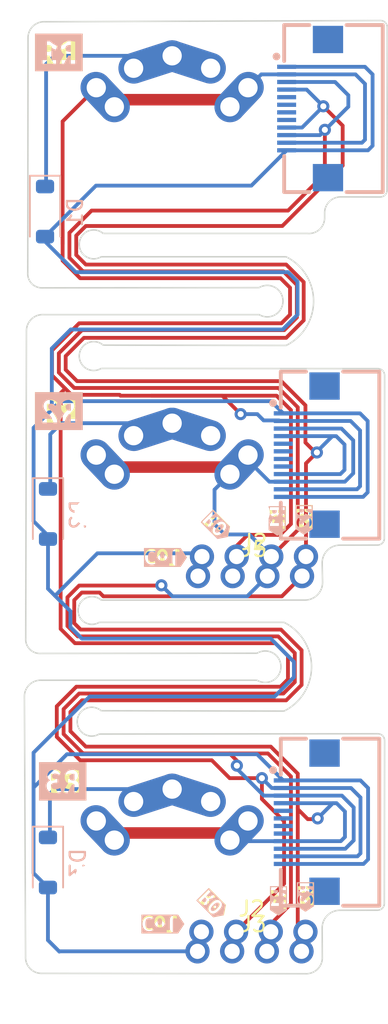
<source format=kicad_pcb>
(kicad_pcb (version 20221018) (generator pcbnew)
  (layers (0 "F.Cu" signal) (31 "B.Cu" signal) (34 "B.Paste" user) (35 "F.Paste" user) (36 "B.SilkS" user "B.Silkscreen") (37 "F.SilkS" user "F.Silkscreen") (38 "B.Mask" user) (39 "F.Mask" user) (44 "Edge.Cuts" user))
  (net 0 "")
  (net 1 "col0")
  (net 2 "row_0")
  (net 3 "row_1")
  (net 4 "row_2")
  (net 5 "Net-(D1-K)")
  (net 6 "Net-(D2-K)")
  (net 7 "Net-(D3-K)")
  (footprint "kibuzzard-6399CA47" (layer "F.Cu") (at 199.321354 100.857223 -90)
    (fp_text reference "kibuzzard-6399CA47" hide)
    (fp_text value "G***" hide)
  )
  (footprint "kibuzzard-6399CA4F" (layer "F.Cu") (at 201.084408 100.781302 -90)
    (fp_text reference "kibuzzard-6399CA4F" hide)
    (fp_text value "G***" hide)
  )
  (footprint "Alaa:kailh-mx-choc-direct-solder" (layer "F.Cu") (at 192.281491 100.552194)
    (fp_text reference "SW2" (at 0.204 0.042 180 unlocked) (layer "F.SilkS"))
    (fp_text value "SW_Push")
    (pad "" np_thru_hole oval (at -4.975588 -0.232308 180) (size 2.7018 1.7018) (drill oval 2.7018 1.7018) (layers "F&B.Cu" "*.Mask"))
    (pad "" np_thru_hole circle (at 0.102 -0.229) (size 3.9878 3.9878) (drill 3.9878) (layers "*.Cu" "*.Mask"))
    (pad "" np_thru_hole oval (at 5.184412 -0.228347 180) (size 2.7018 1.7018) (drill oval 2.7018 1.7018) (layers "F&B.Cu" "*.Mask"))
    (pad "1" thru_hole oval (at -4.898 -4.029 43.5) (size 2.032 3.8) (drill 1.27 (offset 0 0.85)) (layers "*.Cu" "*.Mask") (net 3 "row_1"))
    (pad "1" thru_hole circle (at -3.708 -2.769 22) (size 2.032 2.032) (drill 1.27) (layers "*.Cu" "*.Mask") (net 3 "row_1"))
    (pad "1" smd roundrect (at 1.115515 -3.621498 180) (size 7.62 0.75869) (drill (offset 1.018412 -0.382653)) (layers "F.Cu" "F.Paste" "F.Mask") (roundrect_rratio 0.250000659) (net 3 "row_1"))
    (pad "1" thru_hole circle (at 3.912 -2.769 338) (size 2.032 2.032) (drill 1.27) (layers "*.Cu" "*.Mask") (net 3 "row_1"))
    (pad "1" thru_hole oval (at 5.102 -4.029 316.5) (size 2.032 3.8) (drill 1.27 (offset 0 0.85)) (layers "*.Cu" "*.Mask") (net 3 "row_1"))
    (pad "2" thru_hole oval (at -2.438 -5.309 287.9) (size 2.032 4.7) (drill 1.27 (offset 0 -1.35)) (layers "*.Cu" "*.Mask") (net 6 "Net-(D2-K)"))
    (pad "2" thru_hole circle (at 0.102 -6.129 163) (size 2.032 2.032) (drill 1.27) (layers "*.Cu" "*.Mask") (net 6 "Net-(D2-K)"))
    (pad "2" thru_hole oval (at 2.642 -5.309 72.1) (size 2.032 4.7) (drill 1.27 (offset 0 -1.35)) (layers "*.Cu" "*.Mask") (net 6 "Net-(D2-K)"))
  )
  (footprint "Alaa:kailh-mx-choc-direct-solder" (layer "F.Cu") (at 192.281491 124.650194)
    (fp_text reference "SW3" (at 0.204 0.042 180 unlocked) (layer "F.SilkS"))
    (fp_text value "SW_Push")
    (pad "" np_thru_hole oval (at -4.975588 -0.232308 180) (size 2.7018 1.7018) (drill oval 2.7018 1.7018) (layers "F&B.Cu" "*.Mask"))
    (pad "" np_thru_hole circle (at 0.102 -0.229) (size 3.9878 3.9878) (drill 3.9878) (layers "*.Cu" "*.Mask"))
    (pad "" np_thru_hole oval (at 5.184412 -0.228347 180) (size 2.7018 1.7018) (drill oval 2.7018 1.7018) (layers "F&B.Cu" "*.Mask"))
    (pad "1" thru_hole oval (at -4.898 -4.029 43.5) (size 2.032 3.8) (drill 1.27 (offset 0 0.85)) (layers "*.Cu" "*.Mask") (net 4 "row_2"))
    (pad "1" thru_hole circle (at -3.708 -2.769 22) (size 2.032 2.032) (drill 1.27) (layers "*.Cu" "*.Mask") (net 4 "row_2"))
    (pad "1" smd roundrect (at 1.115515 -3.621498 180) (size 7.62 0.75869) (drill (offset 1.018412 -0.382653)) (layers "F.Cu" "F.Paste" "F.Mask") (roundrect_rratio 0.250000659) (net 4 "row_2"))
    (pad "1" thru_hole circle (at 3.912 -2.769 338) (size 2.032 2.032) (drill 1.27) (layers "*.Cu" "*.Mask") (net 4 "row_2"))
    (pad "1" thru_hole oval (at 5.102 -4.029 316.5) (size 2.032 3.8) (drill 1.27 (offset 0 0.85)) (layers "*.Cu" "*.Mask") (net 4 "row_2"))
    (pad "2" thru_hole oval (at -2.438 -5.309 287.9) (size 2.032 4.7) (drill 1.27 (offset 0 -1.35)) (layers "*.Cu" "*.Mask") (net 7 "Net-(D3-K)"))
    (pad "2" thru_hole circle (at 0.102 -6.129 163) (size 2.032 2.032) (drill 1.27) (layers "*.Cu" "*.Mask") (net 7 "Net-(D3-K)"))
    (pad "2" thru_hole oval (at 2.642 -5.309 72.1) (size 2.032 4.7) (drill 1.27 (offset 0 -1.35)) (layers "*.Cu" "*.Mask") (net 7 "Net-(D3-K)"))
  )
  (footprint "kibuzzard-6399CA4F" (layer "F.Cu") (at 201.171491 125.630194 -90)
    (fp_text reference "kibuzzard-6399CA4F" hide)
    (fp_text value "G***" hide)
  )
  (footprint "kibuzzard-6399CA3A" (layer "F.Cu") (at 191.773491 127.408194)
    (fp_text reference "kibuzzard-6399CA3A" hide)
    (fp_text value "G***" hide)
  )
  (footprint "kibuzzard-6399CA3A" (layer "F.Cu") (at 191.942075 103.26368)
    (fp_text reference "kibuzzard-6399CA3A" hide)
    (fp_text value "G***" hide)
  )
  (footprint "Alaa:4x2THT" (layer "F.Cu") (at 197.745491 127.926194)
    (fp_text reference "J3" (at 0 -0.5 unlocked) (layer "F.SilkS"))
    (fp_text value "Conn_01x04_Female" hide)
    (pad "1" thru_hole circle (at -3.692 1.28) (size 1.6 1.6) (drill 1) (layers "*.Cu" "*.Mask") (net 1 "col0"))
    (pad "1" thru_hole circle (at -3.432 -0.01) (size 1.6 1.6) (drill 1) (layers "*.Cu" "*.Mask") (net 1 "col0"))
    (pad "2" thru_hole circle (at -1.406 1.28) (size 1.6 1.6) (drill 1) (layers "*.Cu" "*.Mask") (net 2 "row_0"))
    (pad "2" thru_hole circle (at -1.146 -0.01) (size 1.6 1.6) (drill 1) (layers "*.Cu" "*.Mask") (net 2 "row_0"))
    (pad "3" thru_hole circle (at 0.88 1.28) (size 1.6 1.6) (drill 1) (layers "*.Cu" "*.Mask") (net 3 "row_1"))
    (pad "3" thru_hole circle (at 1.14 -0.01) (size 1.6 1.6) (drill 1) (layers "*.Cu" "*.Mask") (net 3 "row_1"))
    (pad "4" thru_hole circle (at 3.166 1.28) (size 1.6 1.6) (drill 1) (layers "*.Cu" "*.Mask") (net 4 "row_2"))
    (pad "4" thru_hole circle (at 3.426 -0.01) (size 1.6 1.6) (drill 1) (layers "*.Cu" "*.Mask") (net 4 "row_2"))
  )
  (footprint "kibuzzard-63982CB3" (layer "F.Cu") (at 185.169491 118.010194)
    (fp_text reference "kibuzzard-63982CB3" hide)
    (fp_text value "G***" hide)
  )
  (footprint "kibuzzard-63982C76" (layer "F.Cu") (at 184.915491 70.004194)
    (fp_text reference "kibuzzard-63982C76" hide)
    (fp_text value "G***" hide)
  )
  (footprint "kibuzzard-6399CA1D" (layer "F.Cu") (at 195.373465 101.211521 -45)
    (fp_text reference "kibuzzard-6399CA1D" hide)
    (fp_text value "G***" hide)
  )
  (footprint "kibuzzard-6399CA1D" (layer "F.Cu") (at 195.106428 126.138194 -45)
    (fp_text reference "kibuzzard-6399CA1D" hide)
    (fp_text value "G***" hide)
  )
  (footprint "Alaa:4x2THT" (layer "F.Cu") (at 197.780163 103.21417)
    (fp_text reference "J5" (at 0 -0.5 unlocked) (layer "F.SilkS"))
    (fp_text value "Conn_01x04_Female" hide)
    (pad "1" thru_hole circle (at -3.692 1.28) (size 1.6 1.6) (drill 1) (layers "*.Cu" "*.Mask") (net 1 "col0"))
    (pad "1" thru_hole circle (at -3.432 -0.01) (size 1.6 1.6) (drill 1) (layers "*.Cu" "*.Mask") (net 1 "col0"))
    (pad "2" thru_hole circle (at -1.406 1.28) (size 1.6 1.6) (drill 1) (layers "*.Cu" "*.Mask") (net 2 "row_0"))
    (pad "2" thru_hole circle (at -1.146 -0.01) (size 1.6 1.6) (drill 1) (layers "*.Cu" "*.Mask") (net 2 "row_0"))
    (pad "3" thru_hole circle (at 0.88 1.28) (size 1.6 1.6) (drill 1) (layers "*.Cu" "*.Mask") (net 3 "row_1"))
    (pad "3" thru_hole circle (at 1.14 -0.01) (size 1.6 1.6) (drill 1) (layers "*.Cu" "*.Mask") (net 3 "row_1"))
    (pad "4" thru_hole circle (at 3.166 1.28) (size 1.6 1.6) (drill 1) (layers "*.Cu" "*.Mask") (net 4 "row_2"))
    (pad "4" thru_hole circle (at 3.426 -0.01) (size 1.6 1.6) (drill 1) (layers "*.Cu" "*.Mask") (net 4 "row_2"))
  )
  (footprint "kibuzzard-63982C97" (layer "F.Cu") (at 184.915491 93.626194)
    (fp_text reference "kibuzzard-63982C97" hide)
    (fp_text value "G***" hide)
  )
  (footprint "kibuzzard-6399CA47" (layer "F.Cu") (at 199.393491 125.884194 -90)
    (fp_text reference "kibuzzard-6399CA47" hide)
    (fp_text value "G***" hide)
  )
  (footprint "kibuzzard-63982C97" (layer "F.Cu") (at 184.915491 93.626194)
    (fp_text reference "kibuzzard-63982C97" hide)
    (fp_text value "G***" hide)
  )
  (footprint "Alaa:kailh-mx-choc-direct-solder" (layer "F.Cu") (at 192.281491 76.354194)
    (fp_text reference "SW1" (at 0.204 0.042 180 unlocked) (layer "F.SilkS"))
    (fp_text value "SW_Push")
    (pad "" np_thru_hole oval (at -4.975588 -0.232308 180) (size 2.7018 1.7018) (drill oval 2.7018 1.7018) (layers "F&B.Cu" "*.Mask"))
    (pad "" np_thru_hole circle (at 0.102 -0.229) (size 3.9878 3.9878) (drill 3.9878) (layers "*.Cu" "*.Mask"))
    (pad "" np_thru_hole oval (at 5.184412 -0.228347 180) (size 2.7018 1.7018) (drill oval 2.7018 1.7018) (layers "F&B.Cu" "*.Mask"))
    (pad "1" thru_hole oval (at -4.898 -4.029 43.5) (size 2.032 3.8) (drill 1.27 (offset 0 0.85)) (layers "*.Cu" "*.Mask") (net 2 "row_0"))
    (pad "1" thru_hole circle (at -3.708 -2.769 22) (size 2.032 2.032) (drill 1.27) (layers "*.Cu" "*.Mask") (net 2 "row_0"))
    (pad "1" smd roundrect (at 1.115515 -3.621498 180) (size 7.62 0.75869) (drill (offset 1.018412 -0.382653)) (layers "F.Cu" "F.Paste" "F.Mask") (roundrect_rratio 0.250000659) (net 2 "row_0"))
    (pad "1" thru_hole circle (at 3.912 -2.769 338) (size 2.032 2.032) (drill 1.27) (layers "*.Cu" "*.Mask") (net 2 "row_0"))
    (pad "1" thru_hole oval (at 5.102 -4.029 316.5) (size 2.032 3.8) (drill 1.27 (offset 0 0.85)) (layers "*.Cu" "*.Mask") (net 2 "row_0"))
    (pad "2" thru_hole oval (at -2.438 -5.309 287.9) (size 2.032 4.7) (drill 1.27 (offset 0 -1.35)) (layers "*.Cu" "*.Mask") (net 5 "Net-(D1-K)"))
    (pad "2" thru_hole circle (at 0.102 -6.129 163) (size 2.032 2.032) (drill 1.27) (layers "*.Cu" "*.Mask") (net 5 "Net-(D1-K)"))
    (pad "2" thru_hole oval (at 2.642 -5.309 72.1) (size 2.032 4.7) (drill 1.27 (offset 0 -1.35)) (layers "*.Cu" "*.Mask") (net 5 "Net-(D1-K)"))
  )
  (footprint "kibuzzard-6399CA4F" (layer "B.Cu") (at 201.084408 100.798173 -90)
    (fp_text reference "kibuzzard-6399CA4F" hide)
    (fp_text value "G***" hide)
  )
  (footprint "kibuzzard-6399CA47" (layer "B.Cu") (at 199.393491 125.884194 -90)
    (fp_text reference "kibuzzard-6399CA47" hide)
    (fp_text value "G***" hide)
  )
  (footprint "kibuzzard-6399CA1D" (layer "B.Cu") (at 195.075491 126.138194 -45)
    (fp_text reference "kibuzzard-6399CA1D" hide)
    (fp_text value "G***" hide)
  )
  (footprint "Alaa:FPC-SMD_FPC05012-09200-.5mm-rev" (layer "B.Cu") (at 201.294 73.7 -90)
    (fp_text reference "J1" hide)
    (fp_text value "Conn_01x12_Socket" hide)
    (pad "1" smd rect (at -2.75 1.362 270) (size 0.28 1.25) (layers "B.Cu" "B.Paste" "B.Mask") (net 1 "col0"))
    (pad "2" smd rect (at -2.25 1.362 270) (size 0.28 1.25) (layers "B.Cu" "B.Paste" "B.Mask") (net 2 "row_0"))
    (pad "3" smd rect (at -1.75 1.362 270) (size 0.28 1.25) (layers "B.Cu" "B.Paste" "B.Mask") (net 3 "row_1"))
    (pad "4" smd rect (at -1.25 1.362 270) (size 0.28 1.25) (layers "B.Cu" "B.Paste" "B.Mask") (net 4 "row_2"))
    (pad "5" smd rect (at -0.75 1.362 270) (size 0.28 1.25) (layers "B.Cu" "B.Paste" "B.Mask"))
    (pad "6" smd rect (at -0.25 1.362 270) (size 0.28 1.25) (layers "B.Cu" "B.Paste" "B.Mask"))
    (pad "7" smd rect (at 0.25 1.362 270) (size 0.28 1.25) (layers "B.Cu" "B.Paste" "B.Mask"))
    (pad "8" smd rect (at 0.75 1.362 270) (size 0.28 1.25) (layers "B.Cu" "B.Paste" "B.Mask"))
    (pad "9" smd rect (at 1.25 1.362 270) (size 0.28 1.25) (layers "B.Cu" "B.Paste" "B.Mask") (net 4 "row_2"))
    (pad "10" smd rect (at 1.75 1.362 270) (size 0.28 1.25) (layers "B.Cu" "B.Paste" "B.Mask") (net 3 "row_1"))
    (pad "11" smd rect (at 2.25 1.362 270) (size 0.28 1.25) (layers "B.Cu" "B.Paste" "B.Mask") (net 2 "row_0"))
    (pad "12" smd rect (at 2.75 1.362 270) (size 0.28 1.25) (layers "B.Cu" "B.Paste" "B.Mask") (net 1 "col0"))
    (pad "13" smd rect (at 4.55 -1.362 270) (size 1.8 2) (layers "B.Cu" "B.Paste" "B.Mask"))
    (pad "14" smd rect (at -4.55 -1.362 270) (size 1.8 2) (layers "B.Cu" "B.Paste" "B.Mask"))
  )
  (footprint "kibuzzard-6399CA1D" (layer "B.Cu") (at 195.355735 101.22181 -45)
    (fp_text reference "kibuzzard-6399CA1D" hide)
    (fp_text value "G***" hide)
  )
  (footprint "kibuzzard-63982C97" (layer "B.Cu") (at 184.915491 93.626194 180)
    (fp_text reference "kibuzzard-63982C97" hide)
    (fp_text value "G***" hide)
  )
  (footprint "kibuzzard-6399CA3A" (layer "B.Cu") (at 191.773491 127.408194)
    (fp_text reference "kibuzzard-6399CA3A" hide)
    (fp_text value "G***" hide)
  )
  (footprint "Alaa:D_SOD-123-rotated" (layer "B.Cu") (at 184.175 123.4 90)
    (fp_text reference "D3" (at 0 2 90) (layer "B.SilkS") (effects (justify mirror)))
    (fp_text value "1N4148")
    (pad "1" smd roundrect (at 1.697332 0.020806 270) (size 0.9 1.2) (layers "B.Cu" "B.Paste" "B.Mask") (net 7 "Net-(D3-K)"))
    (pad "2" smd roundrect (at -1.602668 0.020806 270) (size 0.9 1.2) (layers "B.Cu" "B.Paste" "B.Mask") (net 1 "col0"))
  )
  (footprint "Alaa:D_SOD-123-rotated" (layer "B.Cu") (at 184.179194 100.447332 90)
    (fp_text reference "D2" (at 0 2 270) (layer "B.SilkS") (effects (justify mirror)))
    (fp_text value "1N4148")
    (pad "1" smd roundrect (at 1.697332 0.020806 270) (size 0.9 1.2) (layers "B.Cu" "B.Paste" "B.Mask") (net 6 "Net-(D2-K)"))
    (pad "2" smd roundrect (at -1.602668 0.020806 270) (size 0.9 1.2) (layers "B.Cu" "B.Paste" "B.Mask") (net 1 "col0"))
  )
  (footprint "kibuzzard-6399CA47" (layer "B.Cu") (at 199.304483 100.857223 -90)
    (fp_text reference "kibuzzard-6399CA47" hide)
    (fp_text value "G***" hide)
  )
  (footprint "kibuzzard-6399CA3A" (layer "B.Cu") (at 191.942075 103.26368)
    (fp_text reference "kibuzzard-6399CA3A" hide)
    (fp_text value "G***" hide)
  )
  (footprint "Alaa:FPC-SMD_FPC05012-09200-.5mm-rev" (layer "B.Cu") (at 201.069 120.7 -90)
    (fp_text reference "J6" hide)
    (fp_text value "Conn_01x12_Socket" hide)
    (pad "1" smd rect (at -2.75 1.362 270) (size 0.28 1.25) (layers "B.Cu" "B.Paste" "B.Mask") (net 1 "col0"))
    (pad "2" smd rect (at -2.25 1.362 270) (size 0.28 1.25) (layers "B.Cu" "B.Paste" "B.Mask") (net 2 "row_0"))
    (pad "3" smd rect (at -1.75 1.362 270) (size 0.28 1.25) (layers "B.Cu" "B.Paste" "B.Mask") (net 3 "row_1"))
    (pad "4" smd rect (at -1.25 1.362 270) (size 0.28 1.25) (layers "B.Cu" "B.Paste" "B.Mask") (net 4 "row_2"))
    (pad "5" smd rect (at -0.75 1.362 270) (size 0.28 1.25) (layers "B.Cu" "B.Paste" "B.Mask"))
    (pad "6" smd rect (at -0.25 1.362 270) (size 0.28 1.25) (layers "B.Cu" "B.Paste" "B.Mask"))
    (pad "7" smd rect (at 0.25 1.362 270) (size 0.28 1.25) (layers "B.Cu" "B.Paste" "B.Mask"))
    (pad "8" smd rect (at 0.75 1.362 270) (size 0.28 1.25) (layers "B.Cu" "B.Paste" "B.Mask"))
    (pad "9" smd rect (at 1.25 1.362 270) (size 0.28 1.25) (layers "B.Cu" "B.Paste" "B.Mask") (net 4 "row_2"))
    (pad "10" smd rect (at 1.75 1.362 270) (size 0.28 1.25) (layers "B.Cu" "B.Paste" "B.Mask") (net 3 "row_1"))
    (pad "11" smd rect (at 2.25 1.362 270) (size 0.28 1.25) (layers "B.Cu" "B.Paste" "B.Mask") (net 2 "row_0"))
    (pad "12" smd rect (at 2.75 1.362 270) (size 0.28 1.25) (layers "B.Cu" "B.Paste" "B.Mask") (net 1 "col0"))
    (pad "13" smd rect (at 4.55 -1.362 270) (size 1.8 2) (layers "B.Cu" "B.Paste" "B.Mask"))
    (pad "14" smd rect (at -4.55 -1.362 270) (size 1.8 2) (layers "B.Cu" "B.Paste" "B.Mask"))
  )
  (footprint "kibuzzard-63982CB3" (layer "B.Cu") (at 185.169491 118.010194 180)
    (fp_text reference "kibuzzard-63982CB3" hide)
    (fp_text value "G***" hide)
  )
  (footprint "kibuzzard-6399CA4F" (layer "B.Cu") (at 201.171491 125.630194 -90)
    (fp_text reference "kibuzzard-6399CA4F" hide)
    (fp_text value "G***" hide)
  )
  (footprint "kibuzzard-63982C76" (layer "B.Cu") (at 184.915491 70.004194 180)
    (fp_text reference "kibuzzard-63982C76" hide)
    (fp_text value "G***" hide)
  )
  (footprint "Alaa:D_SOD-123-rotated" (layer "B.Cu") (at 183.983892 80.530441 90)
    (fp_text reference "D1" (at 0 2 270) (layer "B.SilkS") (effects (justify mirror)))
    (fp_text value "1N4148")
    (pad "1" smd roundrect (at 1.697332 0.020806 270) (size 0.9 1.2) (layers "B.Cu" "B.Paste" "B.Mask") (net 5 "Net-(D1-K)"))
    (pad "2" smd roundrect (at -1.602668 0.020806 270) (size 0.9 1.2) (layers "B.Cu" "B.Paste" "B.Mask") (net 1 "col0"))
  )
  (footprint "Alaa:FPC-SMD_FPC05012-09200-.5mm-rev" (layer "B.Cu") (at 201.069 96.525 -90)
    (fp_text reference "J4" hide)
    (fp_text value "Conn_01x12_Socket" hide)
    (pad "1" smd rect (at -2.75 1.362 270) (size 0.28 1.25) (layers "B.Cu" "B.Paste" "B.Mask") (net 1 "col0"))
    (pad "2" smd rect (at -2.25 1.362 270) (size 0.28 1.25) (layers "B.Cu" "B.Paste" "B.Mask") (net 2 "row_0"))
    (pad "3" smd rect (at -1.75 1.362 270) (size 0.28 1.25) (layers "B.Cu" "B.Paste" "B.Mask") (net 3 "row_1"))
    (pad "4" smd rect (at -1.25 1.362 270) (size 0.28 1.25) (layers "B.Cu" "B.Paste" "B.Mask") (net 4 "row_2"))
    (pad "5" smd rect (at -0.75 1.362 270) (size 0.28 1.25) (layers "B.Cu" "B.Paste" "B.Mask"))
    (pad "6" smd rect (at -0.25 1.362 270) (size 0.28 1.25) (layers "B.Cu" "B.Paste" "B.Mask"))
    (pad "7" smd rect (at 0.25 1.362 270) (size 0.28 1.25) (layers "B.Cu" "B.Paste" "B.Mask"))
    (pad "8" smd rect (at 0.75 1.362 270) (size 0.28 1.25) (layers "B.Cu" "B.Paste" "B.Mask"))
    (pad "9" smd rect (at 1.25 1.362 270) (size 0.28 1.25) (layers "B.Cu" "B.Paste" "B.Mask") (net 4 "row_2"))
    (pad "10" smd rect (at 1.75 1.362 270) (size 0.28 1.25) (layers "B.Cu" "B.Paste" "B.Mask") (net 3 "row_1"))
    (pad "11" smd rect (at 2.25 1.362 270) (size 0.28 1.25) (layers "B.Cu" "B.Paste" "B.Mask") (net 2 "row_0"))
    (pad "12" smd rect (at 2.75 1.362 270) (size 0.28 1.25) (layers "B.Cu" "B.Paste" "B.Mask") (net 1 "col0"))
    (pad "13" smd rect (at 4.55 -1.362 270) (size 1.8 2) (layers "B.Cu" "B.Paste" "B.Mask"))
    (pad "14" smd rect (at -4.55 -1.362 270) (size 1.8 2) (layers "B.Cu" "B.Paste" "B.Mask"))
  )
  (gr_arc (start 183.725382 130.659515) (mid 182.990285 130.308567) (end 182.720403 129.54) (stroke (width 0.1)) (layer "Edge.Cuts"))
  (gr_line (start 206.565277 68.351453) (end 206.549378 79.051349) (stroke (width 0.1)) (layer "Edge.Cuts"))
  (gr_arc (start 197.98318 109.572463) (mid 199.555942 110.461458) (end 197.98318 111.350463) (stroke (width 0.1)) (layer "Edge.Cuts"))
  (gr_line (start 201.298491 81.926194) (end 187.836491 81.926194) (stroke (width 0.1)) (layer "Edge.Cuts"))
  (gr_arc (start 206.091626 67.902075) (mid 206.425 68.025) (end 206.565277 68.351453) (stroke (width 0.1)) (layer "Edge.Cuts"))
  (gr_line (start 201.171491 106.072194) (end 187.701941 106.072194) (stroke (width 0.1)) (layer "Edge.Cuts"))
  (gr_line (start 198.11773 85.493215) (end 183.870402 85.508272) (stroke (width 0.1)) (layer "Edge.Cuts"))
  (gr_arc (start 183.870402 85.508272) (mid 183.138703 85.238623) (end 182.865423 84.508272) (stroke (width 0.1)) (layer "Edge.Cuts"))
  (gr_arc (start 183.735852 109.58752) (mid 183.004192 109.317832) (end 182.730873 108.58752) (stroke (width 0.1)) (layer "Edge.Cuts"))
  (gr_line (start 203.404689 102.454806) (end 205.925 102.45) (stroke (width 0.1)) (layer "Edge.Cuts"))
  (gr_line (start 203.520125 79.517777) (end 206.1 79.525) (stroke (width 0.1)) (layer "Edge.Cuts"))
  (gr_line (start 206.389097 115.324453) (end 206.373198 126.024349) (stroke (width 0.1)) (layer "Edge.Cuts"))
  (gr_arc (start 206.374378 101.976349) (mid 206.251453 102.309723) (end 205.925 102.45) (stroke (width 0.1)) (layer "Edge.Cuts"))
  (gr_line (start 201.148003 130.679798) (end 183.725382 130.659515) (stroke (width 0.1)) (layer "Edge.Cuts"))
  (gr_line (start 203.403509 126.502806) (end 205.92382 126.498) (stroke (width 0.1)) (layer "Edge.Cuts"))
  (gr_arc (start 182.645429 112.366821) (mid 183.002222 111.621622) (end 183.782668 111.350463) (stroke (width 0.1)) (layer "Edge.Cuts"))
  (gr_line (start 202.43573 80.946814) (end 202.43573 80.522756) (stroke (width 0.1)) (layer "Edge.Cuts"))
  (gr_arc (start 199.89573 83.461215) (mid 201.708563 86.382215) (end 199.89573 89.303215) (stroke (width 0.1)) (layer "Edge.Cuts"))
  (gr_arc (start 187.56918 107.540463) (mid 186.188057 106.675445) (end 187.701941 106.072194) (stroke (width 0.1)) (layer "Edge.Cuts"))
  (gr_arc (start 182.779979 88.287573) (mid 183.136783 87.542386) (end 183.917218 87.271215) (stroke (width 0.1)) (layer "Edge.Cuts"))
  (gr_line (start 182.865423 84.508272) (end 182.883491 68.988194) (stroke (width 0.1)) (layer "Edge.Cuts"))
  (gr_arc (start 206.373198 126.024349) (mid 206.250274 126.35773) (end 205.92382 126.498) (stroke (width 0.1)) (layer "Edge.Cuts"))
  (gr_arc (start 202.43573 80.946814) (mid 202.076535 81.679687) (end 201.298491 81.926194) (stroke (width 0.1)) (layer "Edge.Cuts"))
  (gr_line (start 182.645429 112.366821) (end 182.720403 129.54) (stroke (width 0.1)) (layer "Edge.Cuts"))
  (gr_line (start 184.02073 67.983215) (end 206.091626 67.902075) (stroke (width 0.1)) (layer "Edge.Cuts"))
  (gr_line (start 197.98318 111.350463) (end 183.782668 111.350463) (stroke (width 0.1)) (layer "Edge.Cuts"))
  (gr_line (start 202.285242 129.674819) (end 202.27382 127.673) (stroke (width 0.1)) (layer "Edge.Cuts"))
  (gr_arc (start 199.76118 107.540463) (mid 201.574084 110.461461) (end 199.76118 113.382463) (stroke (width 0.1)) (layer "Edge.Cuts"))
  (gr_arc (start 202.285242 129.674819) (mid 201.927708 130.416176) (end 201.148003 130.679798) (stroke (width 0.1)) (layer "Edge.Cuts"))
  (gr_line (start 199.89573 89.303215) (end 187.836491 89.281173) (stroke (width 0.1)) (layer "Edge.Cuts"))
  (gr_arc (start 198.11773 85.493215) (mid 199.690377 86.382223) (end 198.11773 87.271215) (stroke (width 0.1)) (layer "Edge.Cuts"))
  (gr_arc (start 187.70373 90.816194) (mid 186.264138 89.918434) (end 187.836491 89.281173) (stroke (width 0.1)) (layer "Edge.Cuts"))
  (gr_arc (start 202.30118 104.902) (mid 201.97434 105.716864) (end 201.171491 106.072194) (stroke (width 0.1)) (layer "Edge.Cuts"))
  (gr_arc (start 187.70373 83.461215) (mid 186.264114 82.563447) (end 187.836491 81.926194) (stroke (width 0.1)) (layer "Edge.Cuts"))
  (gr_arc (start 205.916626 90.827075) (mid 206.25 90.95) (end 206.390277 91.276453) (stroke (width 0.1)) (layer "Edge.Cuts"))
  (gr_line (start 187.56918 107.540463) (end 199.76118 107.540463) (stroke (width 0.1)) (layer "Edge.Cuts"))
  (gr_line (start 187.70373 90.816194) (end 205.916626 90.827075) (stroke (width 0.1)) (layer "Edge.Cuts"))
  (gr_arc (start 206.549378 79.051349) (mid 206.426453 79.384723) (end 206.1 79.525) (stroke (width 0.1)) (layer "Edge.Cuts"))
  (gr_line (start 187.70373 83.461215) (end 199.89573 83.461215) (stroke (width 0.1)) (layer "Edge.Cuts"))
  (gr_line (start 206.390277 91.276453) (end 206.374378 101.976349) (stroke (width 0.1)) (layer "Edge.Cuts"))
  (gr_arc (start 205.915446 114.875075) (mid 206.248838 114.997997) (end 206.389097 115.324453) (stroke (width 0.1)) (layer "Edge.Cuts"))
  (gr_line (start 182.779979 88.287573) (end 182.730873 108.58752) (stroke (width 0.1)) (layer "Edge.Cuts"))
  (gr_arc (start 202.43573 80.522756) (mid 202.773792 79.8) (end 203.520125 79.517777) (stroke (width 0.1)) (layer "Edge.Cuts"))
  (gr_arc (start 182.883491 68.988194) (mid 183.241003 68.246815) (end 184.02073 67.983215) (stroke (width 0.1)) (layer "Edge.Cuts"))
  (gr_line (start 198.11773 87.271215) (end 183.917218 87.271215) (stroke (width 0.1)) (layer "Edge.Cuts"))
  (gr_line (start 187.56918 114.895442) (end 205.915446 114.875075) (stroke (width 0.1)) (layer "Edge.Cuts"))
  (gr_arc (start 187.56918 114.895442) (mid 186.129612 113.997679) (end 187.701941 113.360421) (stroke (width 0.1)) (layer "Edge.Cuts"))
  (gr_line (start 197.98318 109.572463) (end 183.735852 109.58752) (stroke (width 0.1)) (layer "Edge.Cuts"))
  (gr_arc (start 202.275 103.625) (mid 202.601844 102.810141) (end 203.404689 102.454806) (stroke (width 0.1)) (layer "Edge.Cuts"))
  (gr_line (start 199.76118 113.382463) (end 187.701941 113.360421) (stroke (width 0.1)) (layer "Edge.Cuts"))
  (gr_arc (start 202.27382 127.673) (mid 202.600664 126.858141) (end 203.403509 126.502806) (stroke (width 0.1)) (layer "Edge.Cuts"))
  (gr_line (start 202.30118 104.902) (end 202.275 103.625) (stroke (width 0.1)) (layer "Edge.Cuts"))
  (gr_text "J2" (at 197.793716 102.254612) (layer "F.SilkS") (effects (font (size 1 1))))
  (gr_text "J2" (at 197.625132 126.399126) (layer "F.SilkS") (effects (font (size 1 1))))
  (segment (start 184.2 101.825) (end 184.2 102.05) (width 0.25) (layer "B.Cu") (net 1))
  (segment (start 199.707 123.45) (end 205 123.45) (width 0.25) (layer "B.Cu") (net 1))
  (segment (start 204.8 117.95) (end 199.707 117.95) (width 0.25) (layer "B.Cu") (net 1))
  (segment (start 184.195806 125.002668) (end 184.195806 128.470806) (width 0.25) (layer "B.Cu") (net 1))
  (segment (start 185.003563 92.971437) (end 198.903437 92.971437) (width 0.25) (layer "B.Cu") (net 1))
  (segment (start 184.004698 82.133109) (end 187.362807 78.775) (width 0.25) (layer "B.Cu") (net 1))
  (segment (start 184.968806 129.206194) (end 194.053491 129.206194) (width 0.25) (layer "B.Cu") (net 1))
  (segment (start 184.004698 82.133109) (end 184.004698 82.454698) (width 0.25) (layer "B.Cu") (net 1))
  (segment (start 183.25 100.875) (end 184.2 101.825) (width 0.25) (layer "B.Cu") (net 1))
  (segment (start 198.903437 92.971437) (end 199.707 93.775) (width 0.25) (layer "B.Cu") (net 1))
  (segment (start 183.247343 118.425) (end 183.247343 124.054205) (width 0.25) (layer "B.Cu") (net 1))
  (segment (start 198.885491 108.612194) (end 186.439491 108.612194) (width 0.25) (layer "B.Cu") (net 1))
  (segment (start 185.7 88.25) (end 184.45 89.5) (width 0.25) (layer "B.Cu") (net 1))
  (segment (start 183.25 94.725) (end 183.25 100.875) (width 0.25) (layer "B.Cu") (net 1))
  (segment (start 205.2715 98.975) (end 205.2715 94.275) (width 0.25) (layer "B.Cu") (net 1))
  (segment (start 184.661491 105.786194) (end 184.2 105.324703) (width 0.25) (layer "B.Cu") (net 1))
  (segment (start 200.0035 76.45) (end 205.2965 76.45) (width 0.25) (layer "B.Cu") (net 1))
  (segment (start 200.025 84.475) (end 200.65 85.1) (width 0.25) (layer "B.Cu") (net 1))
  (segment (start 197.607 78.775) (end 199.932 76.45) (width 0.25) (layer "B.Cu") (net 1))
  (segment (start 205 123.45) (end 205.3 123.15) (width 0.25) (layer "B.Cu") (net 1))
  (segment (start 205.0965 70.95) (end 200.0035 70.95) (width 0.25) (layer "B.Cu") (net 1))
  (segment (start 199.139491 112.422194) (end 200.409491 111.152194) (width 0.25) (layer "B.Cu") (net 1))
  (segment (start 205.2965 76.45) (end 205.5965 76.15) (width 0.25) (layer "B.Cu") (net 1))
  (segment (start 183.247343 124.054205) (end 184.195806 125.002668) (width 0.25) (layer "B.Cu") (net 1))
  (segment (start 186.025 84.475) (end 200.025 84.475) (width 0.25) (layer "B.Cu") (net 1))
  (segment (start 184.661491 105.786194) (end 187.455491 102.992194) (width 0.25) (layer "B.Cu") (net 1))
  (segment (start 205.5965 76.15) (end 205.5965 71.45) (width 0.25) (layer "B.Cu") (net 1))
  (segment (start 184.45 93.525) (end 184.0875 93.8875) (width 0.25) (layer "B.Cu") (net 1))
  (segment (start 199.707 117.95) (end 197.982 116.225) (width 0.25) (layer "B.Cu") (net 1))
  (segment (start 186.947491 112.422194) (end 199.139491 112.422194) (width 0.25) (layer "B.Cu") (net 1))
  (segment (start 183.247343 116.122343) (end 186.947491 112.422194) (width 0.25) (layer "B.Cu") (net 1))
  (segment (start 200.409491 110.136194) (end 198.885491 108.612194) (width 0.25) (layer "B.Cu") (net 1))
  (segment (start 205.2715 94.275) (end 204.7715 93.775) (width 0.25) (layer "B.Cu") (net 1))
  (segment (start 204.9715 99.275) (end 205.2715 98.975) (width 0.25) (layer "B.Cu") (net 1))
  (segment (start 184.0875 93.8875) (end 185.003563 92.971437) (width 0.25) (layer "B.Cu") (net 1))
  (segment (start 185.677491 107.850194) (end 185.677491 106.802194) (width 0.25) (layer "B.Cu") (net 1))
  (segment (start 205.5965 71.45) (end 205.0965 70.95) (width 0.25) (layer "B.Cu") (net 1))
  (segment (start 184.45 89.5) (end 184.45 93.525) (width 0.25) (layer "B.Cu") (net 1))
  (segment (start 184.0875 93.8875) (end 183.25 94.725) (width 0.25) (layer "B.Cu") (net 1))
  (segment (start 184.195806 128.470806) (end 184.95 129.225) (width 0.25) (layer "B.Cu") (net 1))
  (segment (start 200.65 87.275) (end 199.675 88.25) (width 0.25) (layer "B.Cu") (net 1))
  (segment (start 200.65 85.1) (end 200.65 87.275) (width 0.25) (layer "B.Cu") (net 1))
  (segment (start 186.439491 108.612194) (end 185.677491 107.850194) (width 0.25) (layer "B.Cu") (net 1))
  (segment (start 205.3 118.45) (end 204.8 117.95) (width 0.25) (layer "B.Cu") (net 1))
  (segment (start 184.95 129.225) (end 184.968806 129.206194) (width 0.25) (layer "B.Cu") (net 1))
  (segment (start 204.7715 93.775) (end 199.6785 93.775) (width 0.25) (layer "B.Cu") (net 1))
  (segment (start 187.362807 78.775) (end 197.607 78.775) (width 0.25) (layer "B.Cu") (net 1))
  (segment (start 185.447343 116.225) (end 183.247343 118.425) (width 0.25) (layer "B.Cu") (net 1))
  (segment (start 199.675 88.25) (end 185.7 88.25) (width 0.25) (layer "B.Cu") (net 1))
  (segment (start 200.409491 111.152194) (end 200.409491 110.136194) (width 0.25) (layer "B.Cu") (net 1))
  (segment (start 205.3 123.15) (end 205.3 118.45) (width 0.25) (layer "B.Cu") (net 1))
  (segment (start 184.004698 82.454698) (end 186.025 84.475) (width 0.25) (layer "B.Cu") (net 1))
  (segment (start 187.455491 102.992194) (end 194.281491 102.992194) (width 0.25) (layer "B.Cu") (net 1))
  (segment (start 185.677491 106.802194) (end 184.661491 105.786194) (width 0.25) (layer "B.Cu") (net 1))
  (segment (start 199.6785 99.275) (end 204.9715 99.275) (width 0.25) (layer "B.Cu") (net 1))
  (segment (start 183.247343 116.122343) (end 183.247343 118.425) (width 0.25) (layer "B.Cu") (net 1))
  (segment (start 197.982 116.225) (end 185.447343 116.225) (width 0.25) (layer "B.Cu") (net 1))
  (segment (start 184.2 105.324703) (end 184.2 102.05) (width 0.25) (layer "B.Cu") (net 1))
  (segment (start 185.976882 108.91302) (end 185.032451 107.968588) (width 0.25) (layer "F.Cu") (net 2))
  (segment (start 184.465971 89.629997) (end 184.465971 91.272391) (width 0.25) (layer "F.Cu") (net 2))
  (segment (start 200.155491 87.274758) (end 199.587575 87.842674) (width 0.25) (layer "F.Cu") (net 2))
  (segment (start 185.031971 92.443029) (end 185.031971 106.7) (width 0.25) (layer "F.Cu") (net 2))
  (segment (start 184.778451 113.065799) (end 186.067097 111.777154) (width 0.25) (layer "F.Cu") (net 2))
  (segment (start 199.265773 92.610194) (end 200.213971 93.558392) (width 0.25) (layer "F.Cu") (net 2))
  (segment (start 199.496353 101.777614) (end 197.361491 101.777614) (width 0.25) (layer "F.Cu") (net 2))
  (segment (start 185.032451 107.968588) (end 185.032451 105.699799) (width 0.25) (layer "F.Cu") (net 2))
  (segment (start 187.383491 72.325194) (end 185.162626 74.546059) (width 0.25) (layer "F.Cu") (net 2))
  (segment (start 199.764451 120.639451) (end 199.764451 124.751234) (width 0.25) (layer "F.Cu") (net 2))
  (segment (start 186.253294 87.842674) (end 184.465971 89.629997) (width 0.25) (layer "F.Cu") (net 2))
  (segment (start 196.634163 102.504942) (end 196.634163 103.20417) (width 0.25) (layer "F.Cu") (net 2))
  (segment (start 196.9 93.825) (end 195.685194 92.610194) (width 0.25) (layer "F.Cu") (net 2))
  (segment (start 185.163107 83.715245) (end 186.321097 84.873234) (width 0.25) (layer "F.Cu") (net 2))
  (segment (start 186.067097 111.777154) (end 199.529095 111.777154) (width 0.25) (layer "F.Cu") (net 2))
  (segment (start 200.018451 111.287798) (end 200.018451 109.74659) (width 0.25) (layer "F.Cu") (net 2))
  (segment (start 198.3 117.8) (end 196.175 117.8) (width 0.25) (layer "F.Cu") (net 2))
  (segment (start 195.685194 92.610194) (end 191.025 92.610194) (width 0.25) (layer "F.Cu") (net 2))
  (segment (start 200.213971 93.558392) (end 200.213971 101.059996) (width 0.25) (layer "F.Cu") (net 2))
  (segment (start 185.162626 74.546059) (end 185.162626 82.625) (width 0.25) (layer "F.Cu") (net 2))
  (segment (start 184.465971 91.272391) (end 185.33429 92.14071) (width 0.25) (layer "F.Cu") (net 2))
  (segment (start 185.33429 92.14071) (end 185.031971 92.443029) (width 0.25) (layer "F.Cu") (net 2))
  (segment (start 199.764451 124.751234) (end 196.091491 128.424194) (width 0.25) (layer "F.Cu") (net 2))
  (segment (start 198.3 117.8) (end 198.3 119.175) (width 0.25) (layer "F.Cu") (net 2))
  (segment (start 188.979491 92.610194) (end 191.025 92.610194) (width 0.25) (layer "F.Cu") (net 2))
  (segment (start 199.529095 84.873234) (end 200.155491 85.49963) (width 0.25) (layer "F.Cu") (net 2))
  (segment (start 188.921011 92.551714) (end 188.979491 92.610194) (width 0.25) (layer "F.Cu") (net 2))
  (segment (start 185.33429 92.14071) (end 185.745294 92.551714) (width 0.25) (layer "F.Cu") (net 2))
  (segment (start 185.745294 92.551714) (end 188.921011 92.551714) (width 0.25) (layer "F.Cu") (net 2))
  (segment (start 191.025 92.610194) (end 199.265773 92.610194) (width 0.25) (layer "F.Cu") (net 2))
  (segment (start 184.778451 115.081267) (end 184.778451 113.065799) (width 0.25) (layer "F.Cu") (net 2))
  (segment (start 198.3 119.175) (end 199.764451 120.639451) (width 0.25) (layer "F.Cu") (net 2))
  (segment (start 197.361491 101.777614) (end 196.634163 102.504942) (width 0.25) (layer "F.Cu") (net 2))
  (segment (start 199.587575 87.842674) (end 186.253294 87.842674) (width 0.25) (layer "F.Cu") (net 2))
  (segment (start 186.320898 116.623714) (end 184.778451 115.081267) (width 0.25) (layer "F.Cu") (net 2))
  (segment (start 186.321097 84.873234) (end 199.529095 84.873234) (width 0.25) (layer "F.Cu") (net 2))
  (segment (start 199.529095 111.777154) (end 200.018451 111.287798) (width 0.25) (layer "F.Cu") (net 2))
  (segment (start 196.599491 102.539614) (end 196.599491 103.024194) (width 0.25) (layer "F.Cu") (net 2))
  (segment (start 199.184881 108.91302) (end 185.976882 108.91302) (width 0.25) (layer "F.Cu") (net 2))
  (segment (start 194.998714 116.623714) (end 186.320898 116.623714) (width 0.25) (layer "F.Cu") (net 2))
  (segment (start 196.091491 128.424194) (end 196.091491 129.440194) (width 0.25) (layer "F.Cu") (net 2))
  (segment (start 200.018451 109.74659) (end 199.184881 108.91302) (width 0.25) (layer "F.Cu") (net 2))
  (segment (start 200.213971 101.059996) (end 199.496353 101.777614) (width 0.25) (layer "F.Cu") (net 2))
  (segment (start 185.163106 81.693145) (end 185.163107 83.715245) (width 0.25) (layer "F.Cu") (net 2))
  (segment (start 200.155491 85.49963) (end 200.155491 87.274758) (width 0.25) (layer "F.Cu") (net 2))
  (segment (start 196.175 117.8) (end 194.998714 116.623714) (width 0.25) (layer "F.Cu") (net 2))
  (via (at 196.9 93.825) (size 0.8) (drill 0.4) (layers "F.Cu" "B.Cu") (net 2))
  (via (at 198.3 117.8) (size 0.8) (drill 0.4) (layers "F.Cu" "B.Cu") (net 2))
  (segment (start 188.471491 73.814194) (end 187.709491 73.814194) (width 0.25) (layer "B.Cu") (net 2))
  (segment (start 204.5715 98.775) (end 199.6785 98.775) (width 0.25) (layer "B.Cu") (net 2))
  (segment (start 204.6 122.95) (end 199.707 122.95) (width 0.25) (layer "B.Cu") (net 2))
  (segment (start 205.0965 75.75) (end 204.8965 75.95) (width 0.25) (layer "B.Cu") (net 2))
  (segment (start 199.932 71.45) (end 198.258685 71.45) (width 0.25) (layer "B.Cu") (net 2))
  (segment (start 204.7715 98.575) (end 204.5715 98.775) (width 0.25) (layer "B.Cu") (net 2))
  (segment (start 204.175 118.45) (end 204.8 119.075) (width 0.25) (layer "B.Cu") (net 2))
  (segment (start 199.6785 94.275) (end 204.1465 94.275) (width 0.25) (layer "B.Cu") (net 2))
  (segment (start 204.4715 71.45) (end 205.0965 72.075) (width 0.25) (layer "B.Cu") (net 2))
  (segment (start 199.707 118.45) (end 204.175 118.45) (width 0.25) (layer "B.Cu") (net 2))
  (segment (start 198.415 94.24) (end 199.435604 94.24) (width 0.25) (layer "B.Cu") (net 2))
  (segment (start 198 93.825) (end 196.9 93.825) (width 0.25) (layer "B.Cu") (net 2))
  (segment (start 200.0035 71.45) (end 204.4715 71.45) (width 0.25) (layer "B.Cu") (net 2))
  (segment (start 198.95 118.45) (end 199.707 118.45) (width 0.25) (layer "B.Cu") (net 2))
  (segment (start 198 93.825) (end 198.415 94.24) (width 0.25) (layer "B.Cu") (net 2))
  (segment (start 204.1465 94.275) (end 204.7715 94.9) (width 0.25) (layer "B.Cu") (net 2))
  (segment (start 205.0965 72.075) (end 205.0965 75.75) (width 0.25) (layer "B.Cu") (net 2))
  (segment (start 204.8 119.075) (end 204.8 122.75) (width 0.25) (layer "B.Cu") (net 2))
  (segment (start 204.8 122.75) (end 204.6 122.95) (width 0.25) (layer "B.Cu") (net 2))
  (segment (start 198.3 117.8) (end 198.95 118.45) (width 0.25) (layer "B.Cu") (net 2))
  (segment (start 204.8965 75.95) (end 200.0035 75.95) (width 0.25) (layer "B.Cu") (net 2))
  (segment (start 198.258685 71.45) (end 197.383491 72.325194) (width 0.25) (layer "B.Cu") (net 2))
  (segment (start 204.7715 94.9) (end 204.7715 98.575) (width 0.25) (layer "B.Cu") (net 2))
  (segment (start 199.371079 108.4635) (end 200.467971 109.560392) (width 0.25) (layer "F.Cu") (net 3))
  (segment (start 186.507294 116.173714) (end 196.175 116.173714) (width 0.25) (layer "F.Cu") (net 3))
  (segment (start 199.715293 84.423714) (end 200.605011 85.313433) (width 0.25) (layer "F.Cu") (net 3))
  (segment (start 199.393491 92.102194) (end 200.663491 93.372194) (width 0.25) (layer "F.Cu") (net 3))
  (segment (start 202.45 77.995289) (end 200.027095 80.418194) (width 0.25) (layer "F.Cu") (net 3))
  (segment (start 198.377491 129.440194) (end 198.377491 127.916194) (width 0.25) (layer "F.Cu") (net 3))
  (segment (start 200.605011 85.313433) (end 200.605011 87.460956) (width 0.25) (layer "F.Cu") (net 3))
  (segment (start 186.253294 105.114674) (end 185.481971 105.885997) (width 0.25) (layer "F.Cu") (net 3))
  (segment (start 196.65 116.975) (end 196.65 116.648714) (width 0.25) (layer "F.Cu") (net 3))
  (segment (start 186.253294 112.226674) (end 185.227971 113.251996) (width 0.25) (layer "F.Cu") (net 3))
  (segment (start 200.467971 109.560392) (end 200.467971 111.473996) (width 0.25) (layer "F.Cu") (net 3))
  (segment (start 199.715293 112.226674) (end 186.253294 112.226674) (width 0.25) (layer "F.Cu") (net 3))
  (segment (start 200.213971 126.079714) (end 200.213971 117.688392) (width 0.25) (layer "F.Cu") (net 3))
  (segment (start 186.253294 105.114674) (end 191.660826 105.114674) (width 0.25) (layer "F.Cu") (net 3))
  (segment (start 185.481971 105.885997) (end 185.481971 107.782391) (width 0.25) (layer "F.Cu") (net 3))
  (segment (start 200.213971 117.688392) (end 198.699293 116.173714) (width 0.25) (layer "F.Cu") (net 3))
  (segment (start 187.073774 80.418194) (end 185.612626 81.879342) (width 0.25) (layer "F.Cu") (net 3))
  (segment (start 196.65 116.648714) (end 196.175 116.173714) (width 0.25) (layer "F.Cu") (net 3))
  (segment (start 186.439491 88.292194) (end 184.915491 89.816194) (width 0.25) (layer "F.Cu") (net 3))
  (segment (start 184.915491 89.816194) (end 184.915491 91.086194) (width 0.25) (layer "F.Cu") (net 3))
  (segment (start 185.227971 113.251996) (end 185.227971 114.894391) (width 0.25) (layer "F.Cu") (net 3))
  (segment (start 199.773773 88.292194) (end 186.439491 88.292194) (width 0.25) (layer "F.Cu") (net 3))
  (segment (start 185.612626 81.879342) (end 185.612626 83.529047) (width 0.25) (layer "F.Cu") (net 3))
  (segment (start 200.663491 101.460842) (end 198.920163 103.20417) (width 0.25) (layer "F.Cu") (net 3))
  (segment (start 198.377491 127.916194) (end 200.213971 126.079714) (width 0.25) (layer "F.Cu") (net 3))
  (segment (start 186.163079 108.4635) (end 199.371079 108.4635) (width 0.25) (layer "F.Cu") (net 3))
  (segment (start 185.227971 114.894391) (end 186.507294 116.173714) (width 0.25) (layer "F.Cu") (net 3))
  (segment (start 191.675 105.1005) (end 191.660826 105.114674) (width 0.25) (layer "F.Cu") (net 3))
  (segment (start 200.027095 80.418194) (end 187.073774 80.418194) (width 0.25) (layer "F.Cu") (net 3))
  (segment (start 200.663491 93.372194) (end 200.663491 101.460842) (width 0.25) (layer "F.Cu") (net 3))
  (segment (start 185.481971 107.782391) (end 186.163079 108.4635) (width 0.25) (layer "F.Cu") (net 3))
  (segment (start 202.45 75.1) (end 202.45 77.995289) (width 0.25) (layer "F.Cu") (net 3))
  (segment (start 186.507294 84.423714) (end 199.715293 84.423714) (width 0.25) (layer "F.Cu") (net 3))
  (segment (start 184.915491 91.086194) (end 185.931491 92.102194) (width 0.25) (layer "F.Cu") (net 3))
  (segment (start 200.605011 87.460956) (end 199.773773 88.292194) (width 0.25) (layer "F.Cu") (net 3))
  (segment (start 185.612626 83.529047) (end 186.507294 84.423714) (width 0.25) (layer "F.Cu") (net 3))
  (segment (start 200.467971 111.473996) (end 199.715293 112.226674) (width 0.25) (layer "F.Cu") (net 3))
  (segment (start 185.931491 92.102194) (end 199.393491 92.102194) (width 0.25) (layer "F.Cu") (net 3))
  (segment (start 198.699293 116.173714) (end 196.175 116.173714) (width 0.25) (layer "F.Cu") (net 3))
  (via (at 202.45 75.1) (size 0.8) (drill 0.4) (layers "F.Cu" "B.Cu") (net 3))
  (via (at 191.675 105.1005) (size 0.8) (drill 0.4) (layers "F.Cu" "B.Cu") (net 3))
  (via (at 196.65 116.975) (size 0.8) (drill 0.4) (layers "F.Cu" "B.Cu") (net 3))
  (segment (start 196.575 117.100305) (end 196.575 117.05) (width 0.25) (layer "B.Cu") (net 3))
  (segment (start 198.920163 103.20417) (end 197.465993 101.75) (width 0.25) (layer "B.Cu") (net 3))
  (segment (start 195.177492 98.799193) (end 195.177492 101.077492) (width 0.25) (layer "B.Cu") (net 3))
  (segment (start 198.424695 118.95) (end 196.575 117.100305) (width 0.25) (layer "B.Cu") (net 3))
  (segment (start 195.177492 101.077492) (end 195.85 101.75) (width 0.25) (layer "B.Cu") (net 3))
  (segment (start 204 73.575) (end 202.475 75.1) (width 0.25) (layer "B.Cu") (net 3))
  (segment (start 202.45 75.1) (end 202.45 75.125) (width 0.25) (layer "B.Cu") (net 3))
  (segment (start 203.125 71.95) (end 204 72.825) (width 0.25) (layer "B.Cu") (net 3))
  (segment (start 197.383491 96.866491) (end 198.792 98.275) (width 0.25) (layer "B.Cu") (net 3))
  (segment (start 200.0035 71.95) (end 203.125 71.95) (width 0.25) (layer "B.Cu") (net 3))
  (segment (start 204.3215 95.55) (end 204.3215 97.725) (width 0.25) (layer "B.Cu") (net 3))
  (segment (start 202.45 75.125) (end 202.125 75.45) (width 0.25) (layer "B.Cu") (net 3))
  (segment (start 204.35 119.725) (end 204.35 121.9) (width 0.25) (layer "B.Cu") (net 3))
  (segment (start 197.383491 96.523194) (end 197.383491 96.866491) (width 0.25) (layer "B.Cu") (net 3))
  (segment (start 202.125 75.45) (end 200.0035 75.45) (width 0.25) (layer "B.Cu") (net 3))
  (segment (start 203.8 122.45) (end 199.707 122.45) (width 0.25) (layer "B.Cu") (net 3))
  (segment (start 199.6785 94.775) (end 203.5465 94.775) (width 0.25) (layer "B.Cu") (net 3))
  (segment (start 199.707 118.95) (end 203.575 118.95) (width 0.25) (layer "B.Cu") (net 3))
  (segment (start 198.792 98.275) (end 199.707 98.275) (width 0.25) (layer "B.Cu") (net 3))
  (segment (start 199.707 118.95) (end 198.424695 118.95) (width 0.25) (layer "B.Cu") (net 3))
  (segment (start 203.7715 98.275) (end 199.6785 98.275) (width 0.25) (layer "B.Cu") (net 3))
  (segment (start 192.3995 105.825) (end 197.329333 105.825) (width 0.25) (layer "B.Cu") (net 3))
  (segment (start 202.475 75.1) (end 202.45 75.1) (width 0.25) (layer "B.Cu") (net 3))
  (segment (start 196.575 117.05) (end 196.65 116.975) (width 0.25) (layer "B.Cu") (net 3))
  (segment (start 204.35 121.9) (end 203.8 122.45) (width 0.25) (layer "B.Cu") (net 3))
  (segment (start 197.329333 105.825) (end 198.660163 104.49417) (width 0.25) (layer "B.Cu") (net 3))
  (segment (start 196.193491 97.783194) (end 195.177492 98.799193) (width 0.25) (layer "B.Cu") (net 3))
  (segment (start 204 72.825) (end 204 73.575) (width 0.25) (layer "B.Cu") (net 3))
  (segment (start 203.5465 94.775) (end 204.3215 95.55) (width 0.25) (layer "B.Cu") (net 3))
  (segment (start 191.675 105.1005) (end 192.3995 105.825) (width 0.25) (layer "B.Cu") (net 3))
  (segment (start 195.85 101.75) (end 197.465993 101.75) (width 0.25) (layer "B.Cu") (net 3))
  (segment (start 203.575 118.95) (end 204.35 119.725) (width 0.25) (layer "B.Cu") (net 3))
  (segment (start 204.3215 97.725) (end 203.7715 98.275) (width 0.25) (layer "B.Cu") (net 3))
  (segment (start 186.439491 112.676194) (end 199.901491 112.676194) (width 0.25) (layer "F.Cu") (net 4))
  (segment (start 199.901491 112.676194) (end 200.917491 111.660194) (width 0.25) (layer "F.Cu") (net 4))
  (segment (start 200.917491 109.374194) (end 199.557277 108.01398) (width 0.25) (layer "F.Cu") (net 4))
  (segment (start 201.925 96.35) (end 201.825 96.35) (width 0.25) (layer "F.Cu") (net 4))
  (segment (start 185.365011 90.002392) (end 186.567209 88.800194) (width 0.25) (layer "F.Cu") (net 4))
  (segment (start 201.171491 95.696491) (end 201.171491 93.244477) (width 0.25) (layer "F.Cu") (net 4))
  (segment (start 201.925 120.5) (end 201.325 120.5) (width 0.25) (layer "F.Cu") (net 4))
  (segment (start 203.625 74.825) (end 202.35 73.55) (width 0.25) (layer "F.Cu") (net 4))
  (segment (start 185.365011 90.899996) (end 185.365011 90.002392) (width 0.25) (layer "F.Cu") (net 4))
  (segment (start 185.931491 107.596194) (end 185.931491 106.072194) (width 0.25) (layer "F.Cu") (net 4))
  (segment (start 186.062146 83.342849) (end 186.062146 82.065539) (width 0.25) (layer "F.Cu") (net 4))
  (segment (start 199.557277 108.01398) (end 186.349277 108.01398) (width 0.25) (layer "F.Cu") (net 4))
  (segment (start 186.567209 88.800194) (end 199.901491 88.800194) (width 0.25) (layer "F.Cu") (net 4))
  (segment (start 200.663491 119.725) (end 200.663491 117.502194) (width 0.25) (layer "F.Cu") (net 4))
  (segment (start 201.206163 97.068837) (end 201.925 96.35) (width 0.25) (layer "F.Cu") (net 4))
  (segment (start 185.677491 113.438194) (end 186.439491 112.676194) (width 0.25) (layer "F.Cu") (net 4))
  (segment (start 200.917491 111.660194) (end 200.917491 109.374194) (width 0.25) (layer "F.Cu") (net 4))
  (segment (start 199.615333 105.825) (end 200.946163 104.49417) (width 0.25) (layer "F.Cu") (net 4))
  (segment (start 200.663491 119.838491) (end 201.325 120.5) (width 0.25) (layer "F.Cu") (net 4))
  (segment (start 200.663491 119.725) (end 200.663491 119.838491) (width 0.25) (layer "F.Cu") (net 4))
  (segment (start 186.349277 108.01398) (end 185.931491 107.596194) (width 0.25) (layer "F.Cu") (net 4))
  (segment (start 201.054531 87.647154) (end 201.054531 85.127236) (width 0.25) (layer "F.Cu") (net 4))
  (segment (start 186.693491 115.724194) (end 185.677491 114.708194) (width 0.25) (layer "F.Cu") (net 4))
  (segment (start 200.663491 117.502194) (end 198.885491 115.724194) (width 0.25) (layer "F.Cu") (net 4))
  (segment (start 198.885491 115.724194) (end 186.693491 115.724194) (width 0.25) (layer "F.Cu") (net 4))
  (segment (start 201.054531 85.127236) (end 199.901491 83.974195) (width 0.25) (layer "F.Cu") (net 4))
  (segment (start 186.428685 105.575) (end 187.6 105.575) (width 0.25) (layer "F.Cu") (net 4))
  (segment (start 199.901491 88.800194) (end 201.054531 87.647154) (width 0.25) (layer "F.Cu") (net 4))
  (segment (start 185.931491 106.072194) (end 186.428685 105.575) (width 0.25) (layer "F.Cu") (net 4))
  (segment (start 200.663491 119.725) (end 200.663491 128.932194) (width 0.25) (layer "F.Cu") (net 4))
  (segment (start 201.975 120.45) (end 201.925 120.5) (width 0.25) (layer "F.Cu") (net 4))
  (segment (start 186.062146 82.065539) (end 186.693491 81.434194) (width 0.25) (layer "F.Cu") (net 4))
  (segment (start 201.206163 103.20417) (end 201.206163 97.068837) (width 0.25) (layer "F.Cu") (net 4))
  (segment (start 186.693491 83.974194) (end 186.062146 83.342849) (width 0.25) (layer "F.Cu") (net 4))
  (segment (start 186.693491 81.434194) (end 199.647491 81.434194) (width 0.25) (layer "F.Cu") (net 4))
  (segment (start 203.625 77.456685) (end 203.625 74.825) (width 0.25) (layer "F.Cu") (net 4))
  (segment (start 199.901491 83.974195) (end 186.693491 83.974194) (width 0.25) (layer "F.Cu") (net 4))
  (segment (start 186.117689 91.652674) (end 185.365011 90.899996) (width 0.25) (layer "F.Cu") (net 4))
  (segment (start 201.825 96.35) (end 201.171491 95.696491) (width 0.25) (layer "F.Cu") (net 4))
  (segment (start 199.579688 91.652674) (end 186.117689 91.652674) (width 0.25) (layer "F.Cu") (net 4))
  (segment (start 201.171491 93.244477) (end 199.579688 91.652674) (width 0.25) (layer "F.Cu") (net 4))
  (segment (start 185.677491 114.708194) (end 185.677491 113.438194) (width 0.25) (layer "F.Cu") (net 4))
  (segment (start 199.647491 81.434194) (end 203.625 77.456685) (width 0.25) (layer "F.Cu") (net 4))
  (segment (start 187.85 105.825) (end 199.615333 105.825) (width 0.25) (layer "F.Cu") (net 4))
  (segment (start 187.6 105.575) (end 187.85 105.825) (width 0.25) (layer "F.Cu") (net 4))
  (via (at 201.925 96.35) (size 0.8) (drill 0.4) (layers "F.Cu" "B.Cu") (net 4))
  (via (at 202.35 73.55) (size 0.8) (drill 0.4) (layers "F.Cu" "B.Cu") (net 4))
  (via (at 201.975 120.45) (size 0.8) (drill 0.4) (layers "F.Cu" "B.Cu") (net 4))
  (segment (start 200.95 74.95) (end 200.0035 74.95) (width 0.25) (layer "B.Cu") (net 4))
  (segment (start 202.35 73.3715) (end 202.35 73.55) (width 0.25) (layer "B.Cu") (net 4))
  (segment (start 202.9465 95.275) (end 203.1965 95.275) (width 0.25) (layer "B.Cu") (net 4))
  (segment (start 203.5 121.95) (end 199.707 121.95) (width 0.25) (layer "B.Cu") (net 4))
  (segment (start 199.6785 95.275) (end 203.1965 95.275) (width 0.25) (layer "B.Cu") (net 4))
  (segment (start 203.775 121.675) (end 203.5 121.95) (width 0.25) (layer "B.Cu") (net 4))
  (segment (start 203.225 119.45) (end 203.775 120) (width 0.25) (layer "B.Cu") (net 4))
  (segment (start 203.4715 97.775) (end 199.6785 97.775) (width 0.25) (layer "B.Cu") (net 4))
  (segment (start 199.707 119.45) (end 203.225 119.45) (width 0.25) (layer "B.Cu") (net 4))
  (segment (start 202.2715 73.45) (end 202.35 73.3715) (width 0.25) (layer "B.Cu") (net 4))
  (segment (start 202.35 73.55) (end 200.95 74.95) (width 0.25) (layer "B.Cu") (net 4))
  (segment (start 203.7465 97.5) (end 203.4715 97.775) (width 0.25) (layer "B.Cu") (net 4))
  (segment (start 201.25 72.45) (end 202.35 73.55) (width 0.25) (layer "B.Cu") (net 4))
  (segment (start 201.8715 96.35) (end 202.9465 95.275) (width 0.25) (layer "B.Cu") (net 4))
  (segment (start 200.0035 72.45) (end 201.25 72.45) (width 0.25) (layer "B.Cu") (net 4))
  (segment (start 201.925 96.35) (end 201.8715 96.35) (width 0.25) (layer "B.Cu") (net 4))
  (segment (start 201.975 120.45) (end 202.975 119.45) (width 0.25) (layer "B.Cu") (net 4))
  (segment (start 196.193491 121.881194) (end 196.262297 121.95) (width 0.25) (layer "B.Cu") (net 4))
  (segment (start 202.975 119.45) (end 203.225 119.45) (width 0.25) (layer "B.Cu") (net 4))
  (segment (start 203.7465 95.825) (end 203.7465 97.5) (width 0.25) (layer "B.Cu") (net 4))
  (segment (start 203.1965 95.275) (end 203.7465 95.825) (width 0.25) (layer "B.Cu") (net 4))
  (segment (start 203.775 120) (end 203.775 121.675) (width 0.25) (layer "B.Cu") (net 4))
  (segment (start 196.262297 121.95) (end 199.707 121.95) (width 0.25) (layer "B.Cu") (net 4))
  (segment (start 192.383491 70.225194) (end 184.624806 70.225194) (width 0.25) (layer "B.Cu") (net 5))
  (segment (start 184.075 70.775) (end 184.075 78.762807) (width 0.25) (layer "B.Cu") (net 5))
  (segment (start 184.624806 70.225194) (end 184.075 70.775) (width 0.25) (layer "B.Cu") (net 5))
  (segment (start 184.075 78.762807) (end 184.004698 78.833109) (width 0.25) (layer "B.Cu") (net 5))
  (segment (start 192.383491 94.423194) (end 185.076806 94.423194) (width 0.25) (layer "B.Cu") (net 6))
  (segment (start 184.35 98.6) (end 184.2 98.75) (width 0.25) (layer "B.Cu") (net 6))
  (segment (start 184.35 95.15) (end 184.35 98.6) (width 0.25) (layer "B.Cu") (net 6))
  (segment (start 185.076806 94.423194) (end 184.35 95.15) (width 0.25) (layer "B.Cu") (net 6))
  (segment (start 184.325 118.825) (end 184.325 121.573474) (width 0.25) (layer "B.Cu") (net 7))
  (segment (start 192.383491 118.521194) (end 184.628806 118.521194) (width 0.25) (layer "B.Cu") (net 7))
  (segment (start 184.628806 118.521194) (end 184.325 118.825) (width 0.25) (layer "B.Cu") (net 7))
  (segment (start 184.325 121.573474) (end 184.195806 121.702668) (width 0.25) (layer "B.Cu") (net 7))
)
</source>
